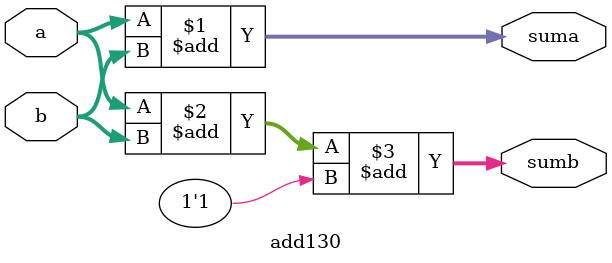
<source format=v>
`timescale 1ns / 1ps

module mpadderA (
  input wire clk,
  input wire [1025:0] in_a,         //1026bits
  input wire [1025:0] in_b,         //1026bits
  output wire [1026:0] result,       //1027bits
  output wire [15:0] prediction
);   
    
    wire [1025:0] MuxB = in_b; //No subtraction
    wire [1026:0] Sum;
    
    
    wire [1026:0] sumA;
    wire [1026:128] sumB;
    
    wire [6:0] carryA;
    wire [6:1] carryB;
    
    wire carry1;
    wire carry2;
    wire carry3;
    wire carry4;
    wire carry5;
    wire carry6;
    wire carry7;
  assign prediction = sumA[15:0];  
  assign {carryA[0],sumA[127:0]} = in_a[127:0] + MuxB[127:0];   
  //assign {carryB[0],sumB[63:0]} = 65'b0;
    add128 A2(in_a[255:128], MuxB[255:128],sumA[255:128], carryA[1], sumB[255:128], carryB[1]);
    add128 A3(in_a[383:256], MuxB[383:256],sumA[383:256], carryA[2], sumB[383:256], carryB[2]);
    add128 A4(in_a[511:384], MuxB[511:384],sumA[511:384], carryA[3], sumB[511:384], carryB[3]);
    add128 A5(in_a[639:512], MuxB[639:512],sumA[639:512], carryA[4], sumB[639:512], carryB[4]);
    add128 A6(in_a[767:640], MuxB[767:640],sumA[767:640], carryA[5], sumB[767:640], carryB[5]);
    add128 A7(in_a[895:768], MuxB[895:768],sumA[895:768], carryA[6], sumB[895:768], carryB[6]);
    add130 A8(in_a[1025:896], MuxB[1025:896],sumA[1026:896], sumB[1026:896]);
  

    


  reg [1026:0] regA;
  reg [1026:128] regB;
  reg [6:0] regcA;
  reg [6:1] regcB;
  always @(posedge clk) 
  begin
    regA <= sumA;
    regB <= sumB;
    regcA <= carryA;
    regcB <= carryB;
  end  
  
    assign carry1 = regcA[0];
    assign carry2 = carry1? regcB[1]: regcA[1];
    assign carry3 = carry2? regcB[2]: regcA[2];
    assign carry4 = carry3? regcB[3]: regcA[3];
    assign carry5 = carry4? regcB[4]: regcA[4];
    assign carry6 = carry5? regcB[5]: regcA[5];
    assign carry7 = carry6? regcB[6]: regcA[6];

  
    assign Sum[127:0] = regA[127:0];
    assign Sum[255:128] = carry1? regB[255:128]: regA[255:128];
    assign Sum[383:256] = carry2? regB[383:256]: regA[383:256];
    assign Sum[511:384] = carry3? regB[511:384]: regA[511:384];
    assign Sum[639:512] = carry4? regB[639:512]: regA[639:512];
    assign Sum[767:640] = carry5? regB[767:640]: regA[767:640];
    assign Sum[895:768] = carry6? regB[895:768]: regA[895:768];
    assign Sum[1026:896] = carry7? regB[1026:896]: regA[1026:896];
  

  assign result = Sum;

endmodule

module add128(
    input wire [127:0] a,
    input wire [127:0] b,
    output wire [127:0] suma,
    output wire carrya,
    output wire [127:0] sumb,
    output wire carryb
    );
    
    assign {carrya, suma} = a+b;
    assign {carryb, sumb} = a+b+1'b1;
    
    
endmodule

module add130(
    input wire [129:0] a,
    input wire [129:0] b,
    output wire [130:0] suma,
    output wire [130:0] sumb
    );
    
    assign suma= a+b;
    assign sumb = a+b+1'b1;
    
    
endmodule

</source>
